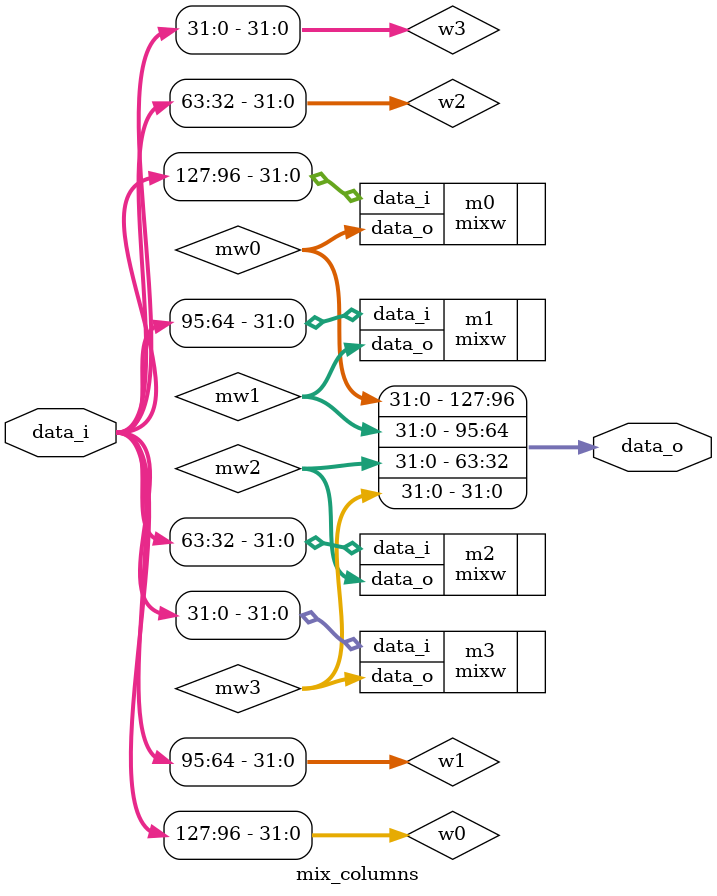
<source format=sv>
module  mix_columns(data_i, data_o);
	 input  logic [127:0] data_i;
	 output logic [127:0] data_o;
    logic        [31:0] w0, w1, w2, w3;
	 logic        [31:0]  mw0, mw1, mw2, mw3;

	 assign w0 = data_i[127:96];
    assign w1 = data_i[95:64];
    assign w2 = data_i[63:32];
    assign w3 = data_i[31:0];

	 mixw m0 (.data_i(w0), .data_o(mw0));
	 mixw m1 (.data_i(w1), .data_o(mw1));
	 mixw m2 (.data_i(w2), .data_o(mw2));
	 mixw m3 (.data_i(w3), .data_o(mw3));

   assign data_o = {mw0, mw1, mw2, mw3};
endmodule

</source>
